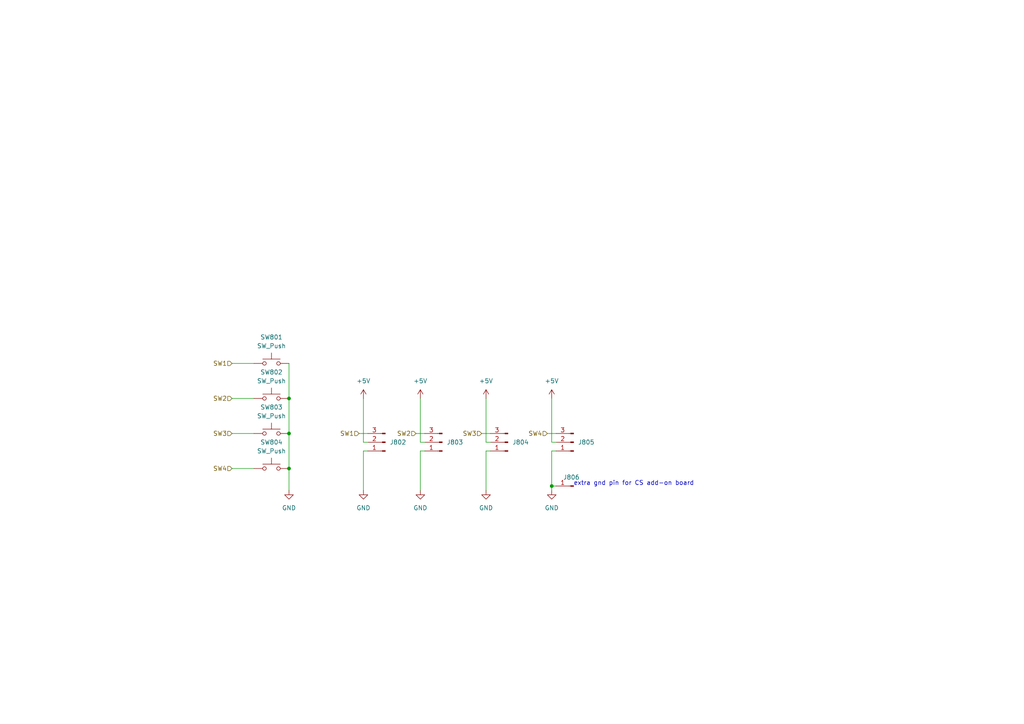
<source format=kicad_sch>
(kicad_sch (version 20231120) (generator "eeschema") (generator_version "8.0")
  (paper "A4")
  (lib_symbols
    (symbol "Connector:Conn_01x01_Pin" (pin_names (offset 1.016) hide)
      (property "Reference" "J" (at 0 2.54 0))
      (property "Value" "Conn_01x01_Pin" (at 0 -2.54 0))
      (symbol "Conn_01x01_Pin_1_1"
        (polyline (pts (xy 1.27 0) (xy 0.8636 0)) (stroke (width 0.1524)))
        (rectangle (start 0.8636 0.127) (end 0 -0.127) (stroke (width 0.1524)) (fill (type outline)))
        (pin passive line (at 5.08 0 180) (length 3.81) (name "Pin_1") (number "1"))
      )
    )
    (symbol "Connector:Conn_01x03_Pin" (pin_names (offset 1.016) hide)
      (property "Reference" "J" (at 0 5.08 0))
      (property "Value" "Conn_01x03_Pin" (at 0 -5.08 0))
      (symbol "Conn_01x03_Pin_1_1"
        (polyline (pts (xy 1.27 -2.54) (xy 0.8636 -2.54)) (stroke (width 0.1524)))
        (polyline (pts (xy 1.27 0) (xy 0.8636 0)) (stroke (width 0.1524)))
        (polyline (pts (xy 1.27 2.54) (xy 0.8636 2.54)) (stroke (width 0.1524)))
        (rectangle (start 0.8636 -2.413) (end 0 -2.667) (stroke (width 0.1524)) (fill (type outline)))
        (rectangle (start 0.8636 0.127) (end 0 -0.127) (stroke (width 0.1524)) (fill (type outline)))
        (rectangle (start 0.8636 2.667) (end 0 2.413) (stroke (width 0.1524)) (fill (type outline)))
        (pin passive line (at 5.08 2.54 180) (length 3.81) (name "Pin_1") (number "1"))
        (pin passive line (at 5.08 0 180) (length 3.81) (name "Pin_2") (number "2"))
        (pin passive line (at 5.08 -2.54 180) (length 3.81) (name "Pin_3") (number "3"))
      )
    )
    (symbol "custom_kicad_lib_sk:tactile_SMD_6mm" (pin_numbers hide) (pin_names (offset 1.016) hide)
      (property "Reference" "SW" (at 1.27 2.54 0))
      (property "Value" "SW_Push" (at 0 -1.524 0))
      (symbol "tactile_SMD_6mm_0_1"
        (circle (center -2.032 0) (radius 0.508))
        (polyline (pts (xy 0 1.27) (xy 0 3.048)))
        (polyline (pts (xy 2.54 1.27) (xy -2.54 1.27)))
        (circle (center 2.032 0) (radius 0.508))
        (pin passive line (at -5.08 0 0) (length 2.54) (name "1") (number "1"))
        (pin passive line (at 5.08 0 180) (length 2.54) (name "2") (number "2"))
      )
    )
    (symbol "power:+5V" (power) (pin_names (offset 0))
      (property "Value" "+5V" (at 0 3.556 0))
      (symbol "+5V_0_1"
        (polyline (pts (xy -0.762 1.27) (xy 0 2.54)))
        (polyline (pts (xy 0 0) (xy 0 2.54)))
        (polyline (pts (xy 0 2.54) (xy 0.762 1.27)))
      )
      (symbol "+5V_1_1"
        (pin power_in line (at 0 0 90) (length 0) hide (name "+5V") (number "1"))
      )
    )
    (symbol "power:GND" (power) (pin_names (offset 0))
      (property "Value" "GND" (at 0 -3.81 0))
      (symbol "GND_0_1"
        (polyline (pts (xy 0 0) (xy 0 -1.27) (xy 1.27 -1.27) (xy 0 -2.54) (xy -1.27 -1.27) (xy 0 -1.27)))
      )
      (symbol "GND_1_1"
        (pin power_in line (at 0 0 270) (length 0) hide (name "GND") (number "1"))
      )
    )
  )
  (junction (at 83.82 135.89))
  (junction (at 83.82 115.57))
  (junction (at 83.82 125.73))
  (junction (at 160.02 140.97))
  (wire (pts (xy 105.41 130.81) (xy 105.41 142.24)))
  (wire (pts (xy 140.97 130.81) (xy 142.24 130.81)))
  (wire (pts (xy 83.82 115.57) (xy 83.82 125.73)))
  (wire (pts (xy 105.41 130.81) (xy 106.68 130.81)))
  (wire (pts (xy 121.92 115.57) (xy 121.92 128.27)))
  (wire (pts (xy 160.02 130.81) (xy 161.29 130.81)))
  (wire (pts (xy 140.97 115.57) (xy 140.97 128.27)))
  (wire (pts (xy 105.41 128.27) (xy 106.68 128.27)))
  (wire (pts (xy 83.82 135.89) (xy 83.82 142.24)))
  (wire (pts (xy 160.02 140.97) (xy 160.02 142.24)))
  (wire (pts (xy 83.82 105.41) (xy 83.82 115.57)))
  (wire (pts (xy 158.75 125.73) (xy 161.29 125.73)))
  (wire (pts (xy 67.31 115.57) (xy 73.66 115.57)))
  (wire (pts (xy 104.14 125.73) (xy 106.68 125.73)))
  (wire (pts (xy 121.92 130.81) (xy 123.19 130.81)))
  (wire (pts (xy 140.97 130.81) (xy 140.97 142.24)))
  (wire (pts (xy 121.92 128.27) (xy 123.19 128.27)))
  (wire (pts (xy 67.31 135.89) (xy 73.66 135.89)))
  (wire (pts (xy 83.82 125.73) (xy 83.82 135.89)))
  (wire (pts (xy 105.41 115.57) (xy 105.41 128.27)))
  (wire (pts (xy 67.31 105.41) (xy 73.66 105.41)))
  (wire (pts (xy 121.92 130.81) (xy 121.92 142.24)))
  (wire (pts (xy 160.02 140.97) (xy 161.29 140.97)))
  (wire (pts (xy 67.31 125.73) (xy 73.66 125.73)))
  (wire (pts (xy 160.02 115.57) (xy 160.02 128.27)))
  (wire (pts (xy 140.97 128.27) (xy 142.24 128.27)))
  (wire (pts (xy 120.65 125.73) (xy 123.19 125.73)))
  (wire (pts (xy 139.7 125.73) (xy 142.24 125.73)))
  (wire (pts (xy 160.02 130.81) (xy 160.02 140.97)))
  (wire (pts (xy 160.02 128.27) (xy 161.29 128.27)))
  (text "extra gnd pin for CS add-on board" (at 166.37 140.97 0) (effects (font (size 1.27 1.27)) (justify left bottom)))
  (hierarchical_label "SW3" (shape input) (at 139.7 125.73 180))
  (hierarchical_label "SW4" (shape input) (at 158.75 125.73 180))
  (hierarchical_label "SW1" (shape input) (at 67.31 105.41 180))
  (hierarchical_label "SW1" (shape input) (at 104.14 125.73 180))
  (hierarchical_label "SW2" (shape input) (at 120.65 125.73 180))
  (hierarchical_label "SW4" (shape input) (at 67.31 135.89 180))
  (hierarchical_label "SW2" (shape input) (at 67.31 115.57 180))
  (hierarchical_label "SW3" (shape input) (at 67.31 125.73 180))
  (symbol (lib_id "power:GND") (at 83.82 142.24 0) (unit 1)
    (property "Reference" "#PWR0801" (effects (hide yes)))
    (property "Value" "GND" (at 83.82 147.32 0))
  )
  (symbol (lib_id "custom_kicad_lib_sk:tactile_SMD_6mm") (at 78.74 125.73 0) (unit 1)
    (property "Reference" "SW803" (at 78.74 118.11 0))
    (property "Value" "SW_Push" (at 78.74 120.65 0))
    (property "Footprint" "custom_kicad_lib_sk:tactile_SMD_6mm" (effects (hide yes)))
    (property "JLCPCB Part#" "C294567" (effects (hide yes)))
  )
  (symbol (lib_id "Connector:Conn_01x01_Pin") (at 166.37 140.97 180) (unit 1)
    (property "Reference" "J806" (at 165.735 138.43 0))
    (property "Value" "Conn_01x01_Pin" (effects (hide yes)))
    (property "Footprint" "Connector_PinHeader_2.54mm:PinHeader_1x01_P2.54mm_Vertical" (effects (hide yes)))
  )
  (symbol (lib_id "custom_kicad_lib_sk:tactile_SMD_6mm") (at 78.74 105.41 0) (unit 1)
    (property "Reference" "SW801" (at 78.74 97.79 0))
    (property "Value" "SW_Push" (at 78.74 100.33 0))
    (property "Footprint" "custom_kicad_lib_sk:tactile_SMD_6mm" (effects (hide yes)))
    (property "JLCPCB Part#" "C294567" (effects (hide yes)))
  )
  (symbol (lib_id "custom_kicad_lib_sk:tactile_SMD_6mm") (at 78.74 135.89 0) (unit 1)
    (property "Reference" "SW804" (at 78.74 128.27 0))
    (property "Value" "SW_Push" (at 78.74 130.81 0))
    (property "Footprint" "custom_kicad_lib_sk:tactile_SMD_6mm" (effects (hide yes)))
    (property "JLCPCB Part#" "C294567" (effects (hide yes)))
  )
  (symbol (lib_id "power:GND") (at 121.92 142.24 0) (unit 1)
    (property "Reference" "#PWR0806" (effects (hide yes)))
    (property "Value" "GND" (at 121.92 147.32 0))
  )
  (symbol (lib_id "power:+5V") (at 121.92 115.57 0) (unit 1)
    (property "Reference" "#PWR0805" (effects (hide yes)))
    (property "Value" "+5V" (at 121.92 110.49 0))
  )
  (symbol (lib_id "power:GND") (at 160.02 142.24 0) (unit 1)
    (property "Reference" "#PWR0810" (effects (hide yes)))
    (property "Value" "GND" (at 160.02 147.32 0))
  )
  (symbol (lib_id "power:+5V") (at 140.97 115.57 0) (unit 1)
    (property "Reference" "#PWR0807" (effects (hide yes)))
    (property "Value" "+5V" (at 140.97 110.49 0))
  )
  (symbol (lib_id "Connector:Conn_01x03_Pin") (at 128.27 128.27 180) (unit 1)
    (property "Reference" "J803" (at 129.54 128.27 0) (effects (justify right)))
    (property "Value" "Conn_01x03_Pin" (effects (hide yes)))
    (property "Footprint" "Connector_PinHeader_2.54mm:PinHeader_1x03_P2.54mm_Vertical" (effects (hide yes)))
  )
  (symbol (lib_id "power:GND") (at 105.41 142.24 0) (unit 1)
    (property "Reference" "#PWR0803" (effects (hide yes)))
    (property "Value" "GND" (at 105.41 147.32 0))
  )
  (symbol (lib_id "power:+5V") (at 160.02 115.57 0) (unit 1)
    (property "Reference" "#PWR0809" (effects (hide yes)))
    (property "Value" "+5V" (at 160.02 110.49 0))
  )
  (symbol (lib_id "Connector:Conn_01x03_Pin") (at 111.76 128.27 180) (unit 1)
    (property "Reference" "J802" (at 113.03 128.27 0) (effects (justify right)))
    (property "Value" "Conn_01x03_Pin" (effects (hide yes)))
    (property "Footprint" "Connector_PinHeader_2.54mm:PinHeader_1x03_P2.54mm_Vertical" (effects (hide yes)))
  )
  (symbol (lib_id "custom_kicad_lib_sk:tactile_SMD_6mm") (at 78.74 115.57 0) (unit 1)
    (property "Reference" "SW802" (at 78.74 107.95 0))
    (property "Value" "SW_Push" (at 78.74 110.49 0))
    (property "Footprint" "custom_kicad_lib_sk:tactile_SMD_6mm" (effects (hide yes)))
    (property "JLCPCB Part#" "C294567" (effects (hide yes)))
  )
  (symbol (lib_id "power:+5V") (at 105.41 115.57 0) (unit 1)
    (property "Reference" "#PWR0804" (effects (hide yes)))
    (property "Value" "+5V" (at 105.41 110.49 0))
  )
  (symbol (lib_id "Connector:Conn_01x03_Pin") (at 147.32 128.27 180) (unit 1)
    (property "Reference" "J804" (at 148.59 128.27 0) (effects (justify right)))
    (property "Value" "Conn_01x03_Pin" (effects (hide yes)))
    (property "Footprint" "Connector_PinHeader_2.54mm:PinHeader_1x03_P2.54mm_Vertical" (effects (hide yes)))
  )
  (symbol (lib_id "power:GND") (at 140.97 142.24 0) (unit 1)
    (property "Reference" "#PWR0808" (effects (hide yes)))
    (property "Value" "GND" (at 140.97 147.32 0))
  )
  (symbol (lib_id "Connector:Conn_01x03_Pin") (at 166.37 128.27 180) (unit 1)
    (property "Reference" "J805" (at 167.64 128.27 0) (effects (justify right)))
    (property "Value" "Conn_01x03_Pin" (effects (hide yes)))
    (property "Footprint" "Connector_PinHeader_2.54mm:PinHeader_1x03_P2.54mm_Vertical" (effects (hide yes)))
  )
)
</source>
